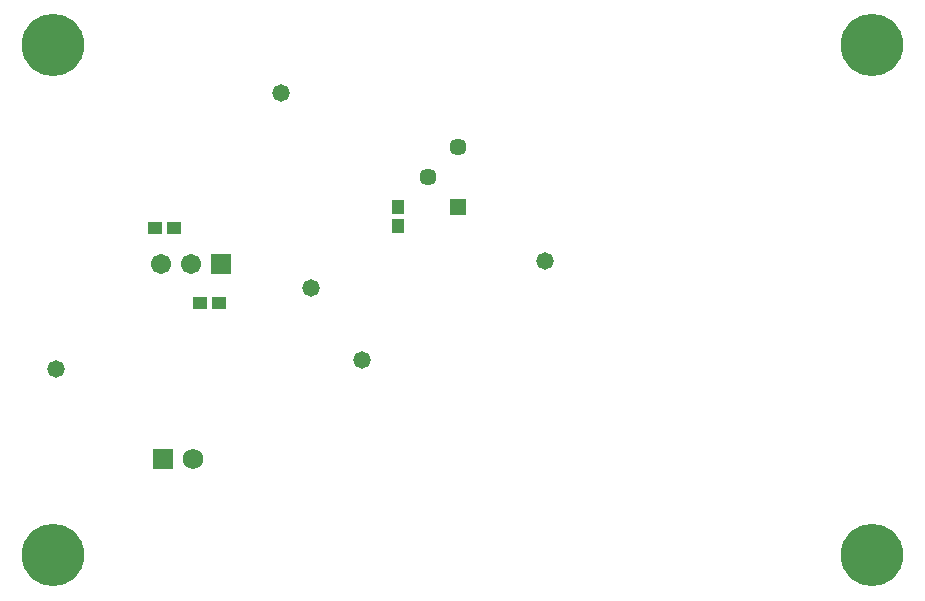
<source format=gbs>
G04*
G04 #@! TF.GenerationSoftware,Altium Limited,Altium Designer,25.8.1 (18)*
G04*
G04 Layer_Color=16711935*
%FSLAX25Y25*%
%MOIN*%
G70*
G04*
G04 #@! TF.SameCoordinates,388448DE-4009-46C6-BC9F-7F365E803C92*
G04*
G04*
G04 #@! TF.FilePolarity,Negative*
G04*
G01*
G75*
%ADD36C,0.06706*%
%ADD37R,0.06706X0.06706*%
%ADD38R,0.05721X0.05721*%
%ADD39C,0.05721*%
%ADD40R,0.06902X0.06902*%
%ADD41C,0.06902*%
%ADD42C,0.05800*%
%ADD43C,0.20800*%
%ADD54R,0.05138X0.04355*%
%ADD55R,0.04355X0.05138*%
D36*
X157000Y194000D02*
D03*
X167000D02*
D03*
D37*
X177000D02*
D03*
D38*
X255862Y213000D02*
D03*
D39*
X245862Y223000D02*
D03*
X255862Y233000D02*
D03*
D40*
X157571Y129000D02*
D03*
D41*
X167571D02*
D03*
D42*
X122000Y159000D02*
D03*
X207000Y186000D02*
D03*
X224000Y162000D02*
D03*
X197000Y251000D02*
D03*
X285000Y195000D02*
D03*
D43*
X121000Y97000D02*
D03*
X394000D02*
D03*
Y267000D02*
D03*
X121000D02*
D03*
D54*
X154848Y206000D02*
D03*
X169848Y181000D02*
D03*
X161152Y206000D02*
D03*
X176152Y181000D02*
D03*
D55*
X236000Y206848D02*
D03*
Y213152D02*
D03*
M02*

</source>
